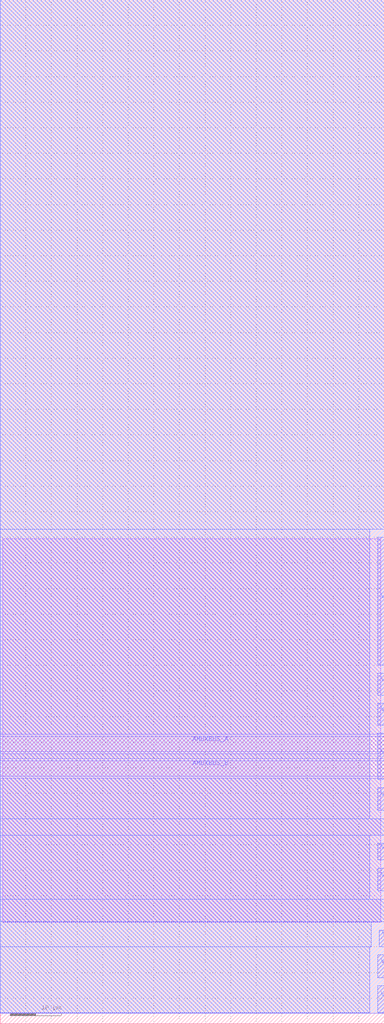
<source format=lef>
# Copyright 2020 The SkyWater PDK Authors
#
# Licensed under the Apache License, Version 2.0 (the "License");
# you may not use this file except in compliance with the License.
# You may obtain a copy of the License at
#
#     https://www.apache.org/licenses/LICENSE-2.0
#
# Unless required by applicable law or agreed to in writing, software
# distributed under the License is distributed on an "AS IS" BASIS,
# WITHOUT WARRANTIES OR CONDITIONS OF ANY KIND, either express or implied.
# See the License for the specific language governing permissions and
# limitations under the License.
#
# SPDX-License-Identifier: Apache-2.0

VERSION 5.7 ;
  NOWIREEXTENSIONATPIN ON ;
  DIVIDERCHAR "/" ;
  BUSBITCHARS "[]" ;
MACRO sky130_fd_io__overlay_vddio_hvc
  CLASS BLOCK ;
  FOREIGN sky130_fd_io__overlay_vddio_hvc ;
  ORIGIN  0.000000  0.000000 ;
  SIZE  75.00000 BY  200.0000 ;
  SYMMETRY X Y R90 ;
  PIN AMUXBUS_A
    USE SIGNAL ;
    PORT
      LAYER met4 ;
        RECT 0.000000 53.125000 75.000000 56.105000 ;
    END
  END AMUXBUS_A
  PIN AMUXBUS_B
    USE SIGNAL ;
    PORT
      LAYER met4 ;
        RECT 0.000000 48.365000 75.000000 51.345000 ;
    END
  END AMUXBUS_B
  PIN VCCD
    USE SIGNAL ;
    PORT
      LAYER met5 ;
        RECT 73.730000 8.985000 75.000000 13.435000 ;
    END
  END VCCD
  PIN VCCHIB
    USE SIGNAL ;
    PORT
      LAYER met5 ;
        RECT 73.730000 2.135000 75.000000 7.385000 ;
    END
  END VCCHIB
  PIN VDDA
    USE SIGNAL ;
    PORT
      LAYER met5 ;
        RECT 74.035000 15.035000 75.000000 18.285000 ;
    END
  END VDDA
  PIN VDDIO
    USE SIGNAL ;
    PORT
      LAYER met5 ;
        RECT 73.730000 70.035000 75.000000 94.985000 ;
    END
  END VDDIO
  PIN VDDIO_Q
    USE SIGNAL ;
    PORT
      LAYER met5 ;
        RECT 73.730000 64.185000 75.000000 68.435000 ;
    END
  END VDDIO_Q
  PIN VSSA
    USE SIGNAL ;
    PORT
      LAYER met5 ;
        RECT 73.730000 47.735000 75.000000 56.735000 ;
    END
  END VSSA
  PIN VSSD
    USE SIGNAL ;
    PORT
      LAYER met5 ;
        RECT 73.730000 41.685000 75.000000 46.135000 ;
    END
  END VSSD
  PIN VSSIO
    USE SIGNAL ;
    PORT
      LAYER met5 ;
        RECT 73.730000 25.935000 75.000000 30.385000 ;
    END
  END VSSIO
  PIN VSSIO_Q
    USE SIGNAL ;
    PORT
      LAYER met5 ;
        RECT 73.730000 58.335000 75.000000 62.585000 ;
    END
  END VSSIO_Q
  PIN VSWITCH
    USE SIGNAL ;
    PORT
      LAYER met5 ;
        RECT 73.730000 31.985000 75.000000 35.235000 ;
    END
  END VSWITCH
  OBS
    LAYER met3 ;
      RECT 0.495000 19.790000 74.290000 94.765000 ;
    LAYER met4 ;
      RECT 0.000000  2.035000 75.000000  47.965000 ;
      RECT 0.000000 51.745000 75.000000  52.725000 ;
      RECT 0.000000 56.505000 75.000000 200.000000 ;
    LAYER met5 ;
      RECT 0.000000  2.135000 72.130000  15.035000 ;
      RECT 0.000000 15.035000 72.435000  19.885000 ;
      RECT 0.000000 19.885000 75.000000  24.335000 ;
      RECT 0.000000 24.335000 72.130000  36.835000 ;
      RECT 0.000000 36.835000 75.000000  40.085000 ;
      RECT 0.000000 40.085000 72.130000  96.585000 ;
      RECT 0.000000 96.585000 75.000000 200.000000 ;
  END
END sky130_fd_io__overlay_vddio_hvc
END LIBRARY

</source>
